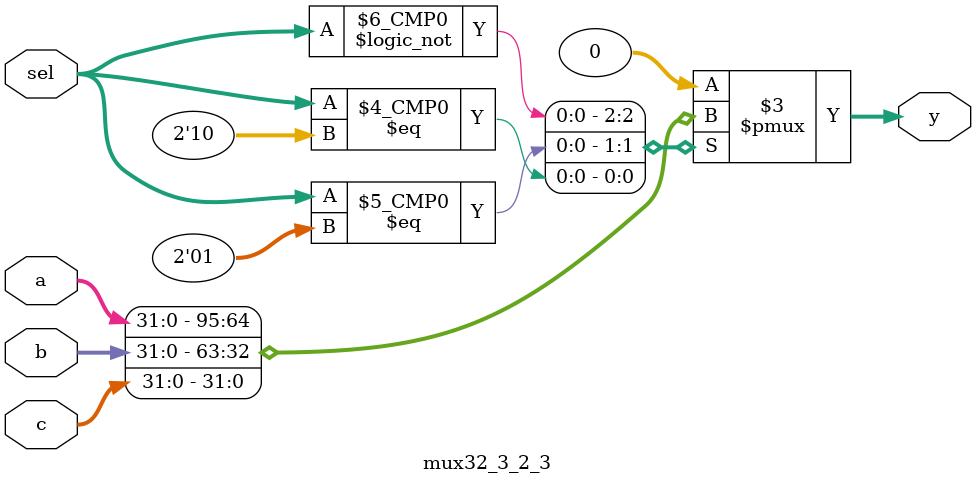
<source format=v>
`timescale 1ns / 1ps
module mux32_3_2_3(
	 input [31:0] a,
    input [31:0] b,
    input [31:0] c,
    input [1:0] sel,
    output reg [31:0] y
    );
	 always @ * begin
		case(sel)
		2'b00:begin
			y = a;
		end
		2'b01:begin
			y = b;
		end
		2'b10:begin
			y = c;
		end
		default:begin
			y = 0;
		end
		endcase
	 end
    


endmodule

</source>
